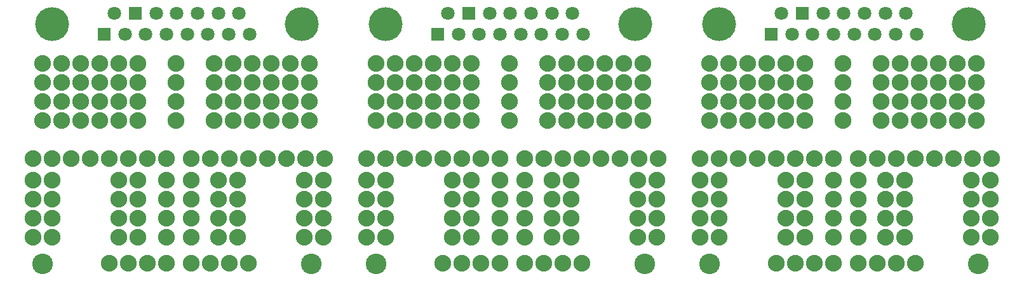
<source format=gbs>
%FSLAX24Y24*%
%MOIN*%
G70*
G01*
G75*
G04 Layer_Color=16711935*
%ADD10O,0.0236X0.0866*%
%ADD11C,0.0250*%
%ADD12C,0.1000*%
%ADD13C,0.0800*%
%ADD14R,0.0630X0.0630*%
%ADD15C,0.0630*%
%ADD16C,0.1700*%
%ADD17C,0.0098*%
%ADD18C,0.0080*%
%ADD19C,0.0079*%
%ADD20C,0.0050*%
%ADD21O,0.0316X0.0946*%
%ADD22C,0.1080*%
%ADD23C,0.0880*%
%ADD24R,0.0710X0.0710*%
%ADD25C,0.0710*%
%ADD26C,0.1780*%
D22*
X29170Y31550D02*
D03*
X15050D02*
D03*
X46670D02*
D03*
X32550D02*
D03*
X64170D02*
D03*
X50050D02*
D03*
D23*
X22850Y31600D02*
D03*
X24850D02*
D03*
X25850D02*
D03*
X23850D02*
D03*
X18550D02*
D03*
X20550D02*
D03*
X21550D02*
D03*
X19550D02*
D03*
X25300Y32950D02*
D03*
X14550Y37100D02*
D03*
X26850D02*
D03*
X16550D02*
D03*
X28850D02*
D03*
X17550D02*
D03*
X29850D02*
D03*
X15550D02*
D03*
X27850D02*
D03*
X29800Y32950D02*
D03*
X20050D02*
D03*
X28800D02*
D03*
X19050D02*
D03*
X29800Y35950D02*
D03*
X20050D02*
D03*
X28800D02*
D03*
X19050D02*
D03*
X15550Y32950D02*
D03*
X24300D02*
D03*
X14550D02*
D03*
X28800Y34950D02*
D03*
X19050D02*
D03*
X29800Y33950D02*
D03*
X20050D02*
D03*
X29800Y34950D02*
D03*
X20050D02*
D03*
X28800Y33950D02*
D03*
X19050D02*
D03*
X24300Y35950D02*
D03*
X14550D02*
D03*
X25300D02*
D03*
X15550D02*
D03*
X25300Y33950D02*
D03*
X15550D02*
D03*
X24300D02*
D03*
X14550D02*
D03*
X24300Y34950D02*
D03*
X14550D02*
D03*
X25300D02*
D03*
X15550D02*
D03*
X22850Y32950D02*
D03*
X21550D02*
D03*
X18550Y37100D02*
D03*
X22850D02*
D03*
Y35950D02*
D03*
X21550Y33950D02*
D03*
X20550Y37100D02*
D03*
X24850D02*
D03*
X22850Y34950D02*
D03*
X21550D02*
D03*
Y37100D02*
D03*
X25850D02*
D03*
X22850Y33950D02*
D03*
X21550Y35950D02*
D03*
X19550Y37100D02*
D03*
X23850D02*
D03*
X28050Y41100D02*
D03*
X15050Y42100D02*
D03*
X17050D02*
D03*
X19050D02*
D03*
X24050D02*
D03*
X26050D02*
D03*
X16050D02*
D03*
X18050Y41100D02*
D03*
X20050Y42100D02*
D03*
X22050D02*
D03*
X25050D02*
D03*
X27050D02*
D03*
X29050Y41100D02*
D03*
X15050Y40100D02*
D03*
X17050Y41100D02*
D03*
X19050D02*
D03*
X24050D02*
D03*
X26050D02*
D03*
X28050Y42100D02*
D03*
X16050Y40100D02*
D03*
X18050D02*
D03*
X20050Y41100D02*
D03*
X22050D02*
D03*
X25050D02*
D03*
X27050Y40100D02*
D03*
X29050D02*
D03*
X15050Y39100D02*
D03*
X17050Y40100D02*
D03*
X19050D02*
D03*
X24050D02*
D03*
X26050D02*
D03*
X28050Y39100D02*
D03*
X16050D02*
D03*
X18050D02*
D03*
X20050Y40100D02*
D03*
X22050D02*
D03*
X25050D02*
D03*
X27050Y41100D02*
D03*
X29050Y39100D02*
D03*
X15050Y41100D02*
D03*
X17050Y39100D02*
D03*
X19050D02*
D03*
X24050D02*
D03*
X26050D02*
D03*
X28050Y40100D02*
D03*
X16050Y41100D02*
D03*
X18050Y42100D02*
D03*
X20050Y39100D02*
D03*
X22050D02*
D03*
X25050D02*
D03*
X27050D02*
D03*
X29050Y42100D02*
D03*
X40350Y31600D02*
D03*
X42350D02*
D03*
X43350D02*
D03*
X41350D02*
D03*
X36050D02*
D03*
X38050D02*
D03*
X39050D02*
D03*
X37050D02*
D03*
X42800Y32950D02*
D03*
X32050Y37100D02*
D03*
X44350D02*
D03*
X34050D02*
D03*
X46350D02*
D03*
X35050D02*
D03*
X47350D02*
D03*
X33050D02*
D03*
X45350D02*
D03*
X47300Y32950D02*
D03*
X37550D02*
D03*
X46300D02*
D03*
X36550D02*
D03*
X47300Y35950D02*
D03*
X37550D02*
D03*
X46300D02*
D03*
X36550D02*
D03*
X33050Y32950D02*
D03*
X41800D02*
D03*
X32050D02*
D03*
X46300Y34950D02*
D03*
X36550D02*
D03*
X47300Y33950D02*
D03*
X37550D02*
D03*
X47300Y34950D02*
D03*
X37550D02*
D03*
X46300Y33950D02*
D03*
X36550D02*
D03*
X41800Y35950D02*
D03*
X32050D02*
D03*
X42800D02*
D03*
X33050D02*
D03*
X42800Y33950D02*
D03*
X33050D02*
D03*
X41800D02*
D03*
X32050D02*
D03*
X41800Y34950D02*
D03*
X32050D02*
D03*
X42800D02*
D03*
X33050D02*
D03*
X40350Y32950D02*
D03*
X39050D02*
D03*
X36050Y37100D02*
D03*
X40350D02*
D03*
Y35950D02*
D03*
X39050Y33950D02*
D03*
X38050Y37100D02*
D03*
X42350D02*
D03*
X40350Y34950D02*
D03*
X39050D02*
D03*
Y37100D02*
D03*
X43350D02*
D03*
X40350Y33950D02*
D03*
X39050Y35950D02*
D03*
X37050Y37100D02*
D03*
X41350D02*
D03*
X45550Y41100D02*
D03*
X32550Y42100D02*
D03*
X34550D02*
D03*
X36550D02*
D03*
X41550D02*
D03*
X43550D02*
D03*
X33550D02*
D03*
X35550Y41100D02*
D03*
X37550Y42100D02*
D03*
X39550D02*
D03*
X42550D02*
D03*
X44550D02*
D03*
X46550Y41100D02*
D03*
X32550Y40100D02*
D03*
X34550Y41100D02*
D03*
X36550D02*
D03*
X41550D02*
D03*
X43550D02*
D03*
X45550Y42100D02*
D03*
X33550Y40100D02*
D03*
X35550D02*
D03*
X37550Y41100D02*
D03*
X39550D02*
D03*
X42550D02*
D03*
X44550Y40100D02*
D03*
X46550D02*
D03*
X32550Y39100D02*
D03*
X34550Y40100D02*
D03*
X36550D02*
D03*
X41550D02*
D03*
X43550D02*
D03*
X45550Y39100D02*
D03*
X33550D02*
D03*
X35550D02*
D03*
X37550Y40100D02*
D03*
X39550D02*
D03*
X42550D02*
D03*
X44550Y41100D02*
D03*
X46550Y39100D02*
D03*
X32550Y41100D02*
D03*
X34550Y39100D02*
D03*
X36550D02*
D03*
X41550D02*
D03*
X43550D02*
D03*
X45550Y40100D02*
D03*
X33550Y41100D02*
D03*
X35550Y42100D02*
D03*
X37550Y39100D02*
D03*
X39550D02*
D03*
X42550D02*
D03*
X44550D02*
D03*
X46550Y42100D02*
D03*
X57850Y31600D02*
D03*
X59850D02*
D03*
X60850D02*
D03*
X58850D02*
D03*
X53550D02*
D03*
X55550D02*
D03*
X56550D02*
D03*
X54550D02*
D03*
X60300Y32950D02*
D03*
X49550Y37100D02*
D03*
X61850D02*
D03*
X51550D02*
D03*
X63850D02*
D03*
X52550D02*
D03*
X64850D02*
D03*
X50550D02*
D03*
X62850D02*
D03*
X64800Y32950D02*
D03*
X55050D02*
D03*
X63800D02*
D03*
X54050D02*
D03*
X64800Y35950D02*
D03*
X55050D02*
D03*
X63800D02*
D03*
X54050D02*
D03*
X50550Y32950D02*
D03*
X59300D02*
D03*
X49550D02*
D03*
X63800Y34950D02*
D03*
X54050D02*
D03*
X64800Y33950D02*
D03*
X55050D02*
D03*
X64800Y34950D02*
D03*
X55050D02*
D03*
X63800Y33950D02*
D03*
X54050D02*
D03*
X59300Y35950D02*
D03*
X49550D02*
D03*
X60300D02*
D03*
X50550D02*
D03*
X60300Y33950D02*
D03*
X50550D02*
D03*
X59300D02*
D03*
X49550D02*
D03*
X59300Y34950D02*
D03*
X49550D02*
D03*
X60300D02*
D03*
X50550D02*
D03*
X57850Y32950D02*
D03*
X56550D02*
D03*
X53550Y37100D02*
D03*
X57850D02*
D03*
Y35950D02*
D03*
X56550Y33950D02*
D03*
X55550Y37100D02*
D03*
X59850D02*
D03*
X57850Y34950D02*
D03*
X56550D02*
D03*
Y37100D02*
D03*
X60850D02*
D03*
X57850Y33950D02*
D03*
X56550Y35950D02*
D03*
X54550Y37100D02*
D03*
X58850D02*
D03*
X63050Y41100D02*
D03*
X50050Y42100D02*
D03*
X52050D02*
D03*
X54050D02*
D03*
X59050D02*
D03*
X61050D02*
D03*
X51050D02*
D03*
X53050Y41100D02*
D03*
X55050Y42100D02*
D03*
X57050D02*
D03*
X60050D02*
D03*
X62050D02*
D03*
X64050Y41100D02*
D03*
X50050Y40100D02*
D03*
X52050Y41100D02*
D03*
X54050D02*
D03*
X59050D02*
D03*
X61050D02*
D03*
X63050Y42100D02*
D03*
X51050Y40100D02*
D03*
X53050D02*
D03*
X55050Y41100D02*
D03*
X57050D02*
D03*
X60050D02*
D03*
X62050Y40100D02*
D03*
X64050D02*
D03*
X50050Y39100D02*
D03*
X52050Y40100D02*
D03*
X54050D02*
D03*
X59050D02*
D03*
X61050D02*
D03*
X63050Y39100D02*
D03*
X51050D02*
D03*
X53050D02*
D03*
X55050Y40100D02*
D03*
X57050D02*
D03*
X60050D02*
D03*
X62050Y41100D02*
D03*
X64050Y39100D02*
D03*
X50050Y41100D02*
D03*
X52050Y39100D02*
D03*
X54050D02*
D03*
X59050D02*
D03*
X61050D02*
D03*
X63050Y40100D02*
D03*
X51050Y41100D02*
D03*
X53050Y42100D02*
D03*
X55050Y39100D02*
D03*
X57050D02*
D03*
X60050D02*
D03*
X62050D02*
D03*
X64050Y42100D02*
D03*
D24*
X18295Y43612D02*
D03*
X19930Y44732D02*
D03*
X35795Y43612D02*
D03*
X37430Y44732D02*
D03*
X53295Y43612D02*
D03*
X54930Y44732D02*
D03*
D25*
X19385Y43612D02*
D03*
X20475D02*
D03*
X21565D02*
D03*
X22655D02*
D03*
X23745D02*
D03*
X24835D02*
D03*
X25925D02*
D03*
X18840Y44732D02*
D03*
X21020D02*
D03*
X22110D02*
D03*
X23200D02*
D03*
X24290D02*
D03*
X25380D02*
D03*
X36885Y43612D02*
D03*
X37975D02*
D03*
X39065D02*
D03*
X40155D02*
D03*
X41245D02*
D03*
X42335D02*
D03*
X43425D02*
D03*
X36340Y44732D02*
D03*
X38520D02*
D03*
X39610D02*
D03*
X40700D02*
D03*
X41790D02*
D03*
X42880D02*
D03*
X54385Y43612D02*
D03*
X55475D02*
D03*
X56565D02*
D03*
X57655D02*
D03*
X58745D02*
D03*
X59835D02*
D03*
X60925D02*
D03*
X53840Y44732D02*
D03*
X56020D02*
D03*
X57110D02*
D03*
X58200D02*
D03*
X59290D02*
D03*
X60380D02*
D03*
D26*
X28670Y44173D02*
D03*
X15550D02*
D03*
X46170D02*
D03*
X33050D02*
D03*
X63670D02*
D03*
X50550D02*
D03*
M02*

</source>
